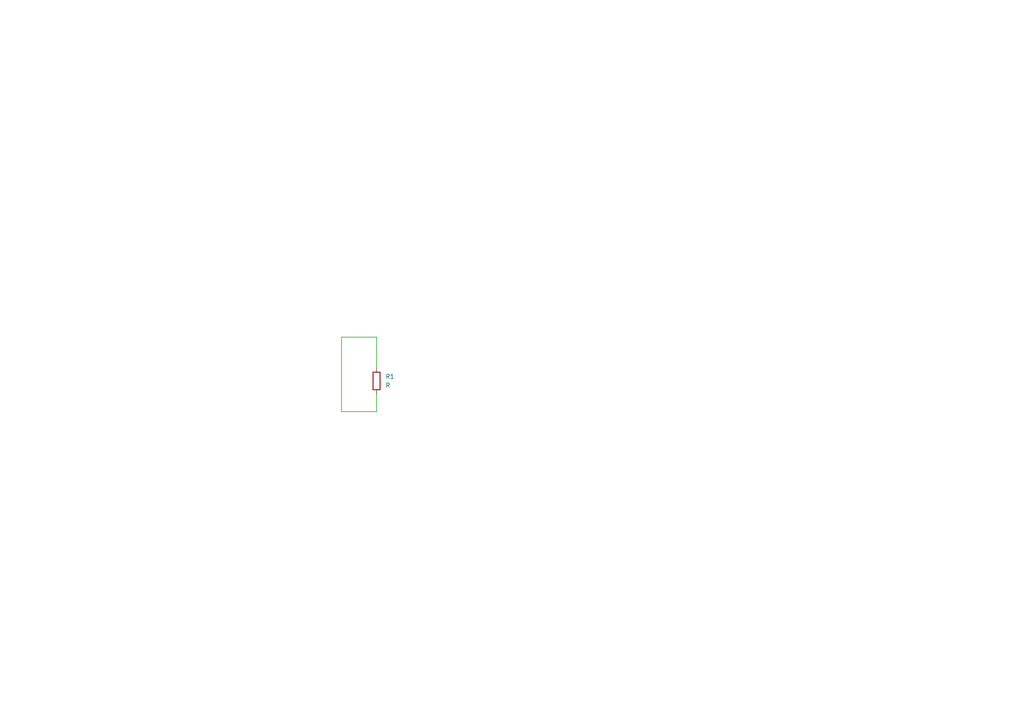
<source format=kicad_sch>
(kicad_sch (version 20211123) (generator eeschema)
  (paper "A4")
  (title_block (title "KiBot-CICD-Template") (company "@stop_pattern"))
  (lib_symbols
    (symbol "Device:R" (pin_numbers hide) (pin_names (offset 0))
      (property "Reference" "R" (at 2.032 0 90))
      (property "Value" "R" (at 0 0 90))
      (symbol "R_0_1"
        (rectangle (start -1.016 -2.54) (end 1.016 2.54) (stroke (width 0.254)))
      )
      (symbol "R_1_1"
        (pin passive line (at 0 3.81 270) (length 1.27) (name "~") (number "1"))
        (pin passive line (at 0 -3.81 90) (length 1.27) (name "~") (number "2"))
      )
    )
  )
  (wire (pts (xy 99.06 97.79) (xy 99.06 119.38)))
  (wire (pts (xy 99.06 119.38) (xy 109.22 119.38)))
  (wire (pts (xy 109.22 106.68) (xy 109.22 97.79)))
  (wire (pts (xy 109.22 97.79) (xy 99.06 97.79)))
  (wire (pts (xy 109.22 119.38) (xy 109.22 114.3)))
  (symbol (lib_id "Device:R") (at 109.22 110.49 0) (unit 1)
    (property "Reference" "R1" (at 111.76 109.2199 0) (effects (justify left)))
    (property "Value" "R" (at 111.76 111.7599 0) (effects (justify left)))
    (property "Variant" "DNP" (effects hide))
  )
)
</source>
